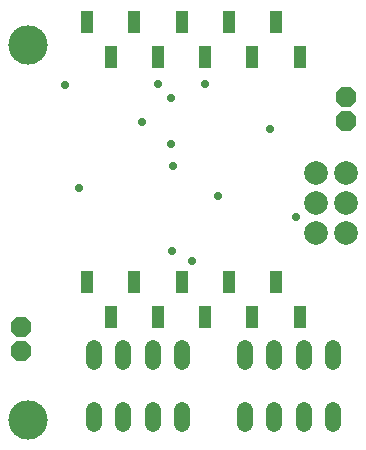
<source format=gbr>
G04 EAGLE Gerber X2 export*
%TF.Part,Single*%
%TF.FileFunction,Soldermask,Bot,1*%
%TF.FilePolarity,Negative*%
%TF.GenerationSoftware,Autodesk,EAGLE,9.1.3*%
%TF.CreationDate,2018-09-23T19:11:10Z*%
G75*
%MOMM*%
%FSLAX34Y34*%
%LPD*%
%AMOC8*
5,1,8,0,0,1.08239X$1,22.5*%
G01*
%ADD10C,3.327000*%
%ADD11C,2.006600*%
%ADD12R,0.977000X1.827000*%
%ADD13C,1.327000*%
%ADD14P,1.869504X8X22.500000*%
%ADD15C,0.731000*%


D10*
X31750Y31750D03*
X31750Y349250D03*
D11*
X274904Y189865D03*
X300304Y189865D03*
X274904Y215265D03*
X300304Y215265D03*
X274904Y240665D03*
X300304Y240665D03*
D12*
X81432Y368586D03*
X101432Y338586D03*
X121432Y368586D03*
X141432Y338586D03*
X161432Y368586D03*
X181432Y338586D03*
X201432Y368586D03*
X221432Y338586D03*
X241432Y368586D03*
X261432Y338586D03*
X261432Y118586D03*
X241432Y148586D03*
X221432Y118586D03*
X201432Y148586D03*
X181432Y118586D03*
X161432Y148586D03*
X141432Y118586D03*
X121432Y148586D03*
X101432Y118586D03*
X81432Y148586D03*
D13*
X162230Y92741D02*
X162230Y80741D01*
X137230Y80741D02*
X137230Y92741D01*
X112230Y92741D02*
X112230Y80741D01*
X87230Y80741D02*
X87230Y92741D01*
X162052Y40290D02*
X162052Y28290D01*
X137052Y28290D02*
X137052Y40290D01*
X112052Y40290D02*
X112052Y28290D01*
X87052Y28290D02*
X87052Y40290D01*
X289814Y80614D02*
X289814Y92614D01*
X264814Y92614D02*
X264814Y80614D01*
X239814Y80614D02*
X239814Y92614D01*
X214814Y92614D02*
X214814Y80614D01*
X289814Y40036D02*
X289814Y28036D01*
X264814Y28036D02*
X264814Y40036D01*
X239814Y40036D02*
X239814Y28036D01*
X214814Y28036D02*
X214814Y40036D01*
D14*
X25146Y110490D03*
X25146Y90170D03*
X300736Y304546D03*
X300736Y284226D03*
D15*
X236728Y277622D03*
X74422Y227838D03*
X62484Y315468D03*
X258572Y203708D03*
X152908Y304292D03*
X141732Y315722D03*
X192024Y220980D03*
X153416Y174244D03*
X154178Y246634D03*
X181102Y315722D03*
X152146Y264922D03*
X170434Y166370D03*
X128270Y283718D03*
M02*

</source>
